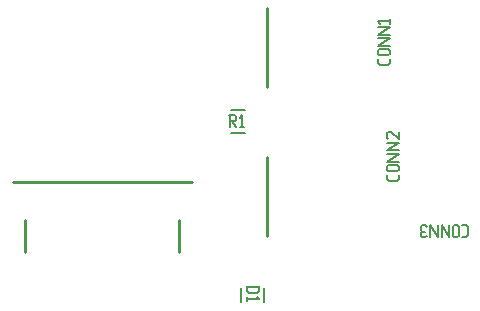
<source format=gbr>
G04 start of page 8 for group -4079 idx -4079 *
G04 Title: (unknown), topsilk *
G04 Creator: pcb 4.2.0 *
G04 CreationDate: Thu Feb 13 16:47:07 2020 UTC *
G04 For: blinken *
G04 Format: Gerber/RS-274X *
G04 PCB-Dimensions (mm): 65.00 56.00 *
G04 PCB-Coordinate-Origin: lower left *
%MOMM*%
%FSLAX43Y43*%
%LNTOPSILK*%
%ADD38C,0.150*%
%ADD37C,0.203*%
%ADD36C,0.254*%
G54D36*X16100Y36450D02*Y33700D01*
X3050Y36450D02*Y33700D01*
X2000Y39650D02*X17200D01*
G54D37*X20450Y45700D02*X21650D01*
X20450Y43800D02*X21650D01*
X23250Y30650D02*Y29450D01*
X21350Y30650D02*Y29450D01*
G54D36*X23500Y54350D02*Y47650D01*
Y41750D02*Y35050D01*
G54D38*X40042Y35970D02*X40372D01*
X40550Y35792D02*X40372Y35970D01*
X40550Y35792D02*Y35132D01*
X40372Y34954D01*
X40042D02*X40372D01*
X39737Y35843D02*Y35081D01*
X39610Y34954D01*
X39356D02*X39610D01*
X39356D02*X39229Y35081D01*
Y35843D02*Y35081D01*
X39356Y35970D02*X39229Y35843D01*
X39356Y35970D02*X39610D01*
X39737Y35843D02*X39610Y35970D01*
X38924D02*Y34954D01*
X38289Y35970D01*
Y34954D01*
X37985Y35970D02*Y34954D01*
X37350Y35970D01*
Y34954D01*
X37045Y35081D02*X36918Y34954D01*
X36664D02*X36918D01*
X36664D02*X36537Y35081D01*
X36664Y35970D02*X36537Y35843D01*
X36664Y35970D02*X36918D01*
X37045Y35843D02*X36918Y35970D01*
X36664Y35411D02*X36918D01*
X36537Y35284D02*Y35081D01*
Y35843D02*Y35538D01*
X36664Y35411D01*
X36537Y35284D02*X36664Y35411D01*
X20250Y45296D02*X20758D01*
X20885Y45169D01*
Y44915D01*
X20758Y44788D02*X20885Y44915D01*
X20377Y44788D02*X20758D01*
X20377Y45296D02*Y44280D01*
X20580Y44788D02*X20885Y44280D01*
X21190Y45093D02*X21393Y45296D01*
Y44280D01*
X21190D02*X21571D01*
X21830Y30723D02*X22846D01*
Y30393D02*X22668Y30215D01*
X22008D02*X22668D01*
X21830Y30393D02*X22008Y30215D01*
X21830Y30850D02*Y30393D01*
X22846Y30850D02*Y30393D01*
X22643Y29910D02*X22846Y29707D01*
X21830D02*X22846D01*
X21830Y29910D02*Y29529D01*
X33920Y50058D02*Y49728D01*
X33742Y49550D02*X33920Y49728D01*
X33082Y49550D02*X33742D01*
X33082D02*X32904Y49728D01*
Y50058D02*Y49728D01*
X33031Y50363D02*X33793D01*
X33031D02*X32904Y50490D01*
Y50744D02*Y50490D01*
Y50744D02*X33031Y50871D01*
X33793D01*
X33920Y50744D02*X33793Y50871D01*
X33920Y50744D02*Y50490D01*
X33793Y50363D02*X33920Y50490D01*
X32904Y51176D02*X33920D01*
X32904D02*X33920Y51811D01*
X32904D02*X33920D01*
X32904Y52115D02*X33920D01*
X32904D02*X33920Y52750D01*
X32904D02*X33920D01*
X33107Y53055D02*X32904Y53258D01*
X33920D01*
Y53436D02*Y53055D01*
X34670Y40258D02*Y39928D01*
X34492Y39750D02*X34670Y39928D01*
X33832Y39750D02*X34492D01*
X33832D02*X33654Y39928D01*
Y40258D02*Y39928D01*
X33781Y40563D02*X34543D01*
X33781D02*X33654Y40690D01*
Y40944D02*Y40690D01*
Y40944D02*X33781Y41071D01*
X34543D01*
X34670Y40944D02*X34543Y41071D01*
X34670Y40944D02*Y40690D01*
X34543Y40563D02*X34670Y40690D01*
X33654Y41376D02*X34670D01*
X33654D02*X34670Y42011D01*
X33654D02*X34670D01*
X33654Y42315D02*X34670D01*
X33654D02*X34670Y42950D01*
X33654D02*X34670D01*
X33781Y43255D02*X33654Y43382D01*
Y43763D02*Y43382D01*
Y43763D02*X33781Y43890D01*
X34035D01*
X34670Y43255D02*X34035Y43890D01*
X34670D02*Y43255D01*
M02*

</source>
